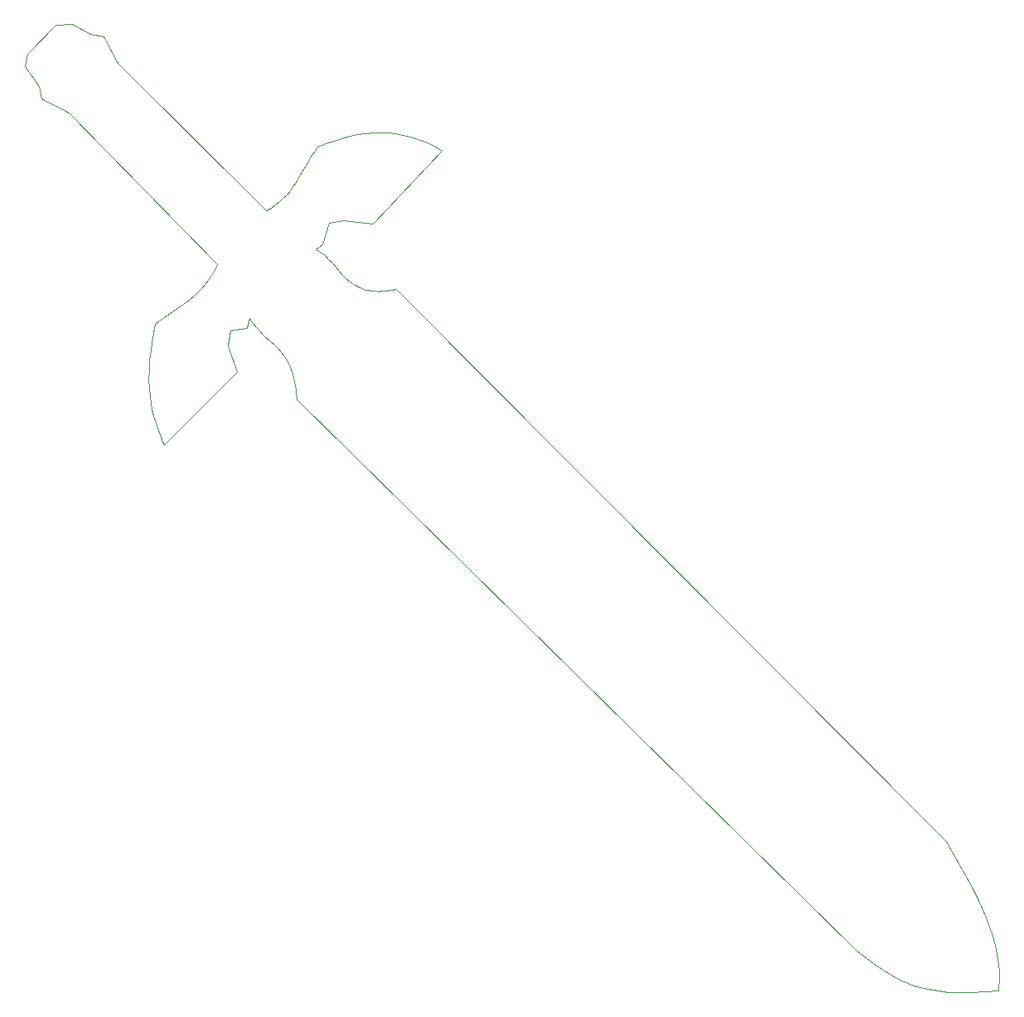
<source format=gbr>
G04 #@! TF.GenerationSoftware,KiCad,Pcbnew,5.1.2*
G04 #@! TF.CreationDate,2019-07-14T10:42:41-05:00*
G04 #@! TF.ProjectId,Master_Sword_(Ocarina_of_Time),4d617374-6572-45f5-9377-6f72645f284f,rev?*
G04 #@! TF.SameCoordinates,Original*
G04 #@! TF.FileFunction,Profile,NP*
%FSLAX46Y46*%
G04 Gerber Fmt 4.6, Leading zero omitted, Abs format (unit mm)*
G04 Created by KiCad (PCBNEW 5.1.2) date 2019-07-14 10:42:41*
%MOMM*%
%LPD*%
G04 APERTURE LIST*
%ADD10C,0.100000*%
G04 APERTURE END LIST*
D10*
X181691565Y-142603025D02*
X180229715Y-142735046D01*
X180229715Y-142735046D02*
X178888576Y-142801845D01*
X178888576Y-142801845D02*
X177658206Y-142806845D01*
X177658206Y-142806845D02*
X176528711Y-142752245D01*
X176528711Y-142752245D02*
X175490232Y-142641426D01*
X175490232Y-142641426D02*
X174532801Y-142477366D01*
X174532801Y-142477366D02*
X173646601Y-142263046D01*
X173646601Y-142263046D02*
X172821691Y-142001444D01*
X172821691Y-142001444D02*
X172048171Y-141695565D01*
X172048171Y-141695565D02*
X171316121Y-141348376D01*
X171316121Y-141348376D02*
X170615691Y-140962866D01*
X170615691Y-140962866D02*
X169936972Y-140542016D01*
X169936972Y-140542016D02*
X169270041Y-140088825D01*
X169270041Y-140088825D02*
X168605031Y-139606274D01*
X168605031Y-139606274D02*
X167241072Y-138565016D01*
X167241072Y-138565016D02*
X109976249Y-82143515D01*
X109976249Y-82143515D02*
X109879009Y-81156526D01*
X109879009Y-81156526D02*
X109729684Y-80290435D01*
X109729684Y-80290435D02*
X109533638Y-79532845D01*
X109533638Y-79532845D02*
X109296233Y-78871276D01*
X109296233Y-78871276D02*
X109022829Y-78293286D01*
X109022829Y-78293286D02*
X108718800Y-77786426D01*
X108718800Y-77786426D02*
X108389500Y-77338235D01*
X108389500Y-77338235D02*
X108040289Y-76936266D01*
X108040289Y-76936266D02*
X107676510Y-76568096D01*
X107676510Y-76568096D02*
X107303590Y-76221215D01*
X107303590Y-76221215D02*
X106551618Y-75541616D01*
X106551618Y-75541616D02*
X106183419Y-75183885D01*
X106183419Y-75183885D02*
X105827384Y-74797775D01*
X105827384Y-74797775D02*
X105488977Y-74370725D01*
X105488977Y-74370725D02*
X105173571Y-73890276D01*
X105173571Y-73890276D02*
X104910980Y-74860485D01*
X104910980Y-74860485D02*
X103256090Y-75160826D01*
X103256090Y-75160826D02*
X102970656Y-76654156D01*
X102970656Y-76654156D02*
X103858149Y-79390525D01*
X103858149Y-79390525D02*
X96462924Y-86804934D01*
X96462924Y-86804934D02*
X96238220Y-86456196D01*
X96238220Y-86456196D02*
X95784813Y-85143936D01*
X95784813Y-85143936D02*
X95574923Y-84508875D01*
X95574923Y-84508875D02*
X95382878Y-83870545D01*
X95382878Y-83870545D02*
X95213668Y-83216026D01*
X95213668Y-83216026D02*
X95072269Y-82532325D01*
X95072269Y-82532325D02*
X94963675Y-81806476D01*
X94963675Y-81806476D02*
X94892874Y-81025525D01*
X94892874Y-81025525D02*
X94864834Y-80176486D01*
X94864834Y-80176486D02*
X94884544Y-79246415D01*
X94884544Y-79246415D02*
X94956984Y-78222365D01*
X94956984Y-78222365D02*
X95087155Y-77091326D01*
X95087155Y-77091326D02*
X95280026Y-75840356D01*
X95280026Y-75840356D02*
X95540511Y-74456506D01*
X95540511Y-74456506D02*
X95966899Y-74125576D01*
X95966899Y-74125576D02*
X96402203Y-73808506D01*
X96402203Y-73808506D02*
X97288273Y-73198356D01*
X97288273Y-73198356D02*
X98176137Y-72591006D01*
X98176137Y-72591006D02*
X98613721Y-72277446D01*
X98613721Y-72277446D02*
X99043202Y-71951345D01*
X99043202Y-71951345D02*
X99461820Y-71608385D01*
X99461820Y-71608385D02*
X99866756Y-71244186D01*
X99866756Y-71244186D02*
X100255400Y-70854566D01*
X100255400Y-70854566D02*
X100624486Y-70434705D01*
X100624486Y-70434705D02*
X100971412Y-69980436D01*
X100971412Y-69980436D02*
X101293318Y-69487346D01*
X101293318Y-69487346D02*
X101587401Y-68951066D01*
X101587401Y-68951066D02*
X101850819Y-68367186D01*
X101850819Y-68367186D02*
X86704850Y-52906235D01*
X86704850Y-52906235D02*
X83911778Y-51442524D01*
X83911778Y-51442524D02*
X83685504Y-50141448D01*
X83685504Y-50141448D02*
X82221793Y-48168620D01*
X82221793Y-48168620D02*
X82491291Y-46868046D01*
X82491291Y-46868046D02*
X85320000Y-43910000D01*
X85320000Y-43910000D02*
X87051274Y-43833904D01*
X87051274Y-43833904D02*
X88875668Y-44809863D01*
X88875668Y-44809863D02*
X90267096Y-45098204D01*
X90267096Y-45098204D02*
X91721636Y-47836804D01*
X91721636Y-47836804D02*
X106867346Y-62851015D01*
X106867346Y-62851015D02*
X107349528Y-62588996D01*
X107349528Y-62588996D02*
X107794509Y-62291956D01*
X107794509Y-62291956D02*
X108205857Y-61963196D01*
X108205857Y-61963196D02*
X108587214Y-61606166D01*
X108587214Y-61606166D02*
X108942062Y-61224166D01*
X108942062Y-61224166D02*
X109273970Y-60820556D01*
X109273970Y-60820556D02*
X109586611Y-60398736D01*
X109586611Y-60398736D02*
X109883511Y-59962116D01*
X109883511Y-59962116D02*
X110444494Y-59057946D01*
X110444494Y-59057946D02*
X110985459Y-58134906D01*
X110985459Y-58134906D02*
X111535072Y-57219995D01*
X111535072Y-57219995D02*
X111822052Y-56774015D01*
X111822052Y-56774015D02*
X112121929Y-56340215D01*
X112121929Y-56340215D02*
X112944017Y-56009526D01*
X112944017Y-56009526D02*
X113760704Y-55720875D01*
X113760704Y-55720875D02*
X114571869Y-55475156D01*
X114571869Y-55475156D02*
X115377398Y-55273216D01*
X115377398Y-55273216D02*
X116177185Y-55116016D01*
X116177185Y-55116016D02*
X116971069Y-55004416D01*
X116971069Y-55004416D02*
X117759004Y-54939215D01*
X117759004Y-54939215D02*
X118540832Y-54921415D01*
X118540832Y-54921415D02*
X119316449Y-54951915D01*
X119316449Y-54951915D02*
X120085746Y-55031515D01*
X120085746Y-55031515D02*
X120848608Y-55161115D01*
X120848608Y-55161115D02*
X121604923Y-55341666D01*
X121604923Y-55341666D02*
X122354576Y-55573965D01*
X122354576Y-55573965D02*
X123097434Y-55858976D01*
X123097434Y-55858976D02*
X123833405Y-56197536D01*
X123833405Y-56197536D02*
X124832048Y-56795323D01*
X124832048Y-56795323D02*
X117809704Y-64245216D01*
X117809704Y-64245216D02*
X114709026Y-63885166D01*
X114709026Y-63885166D02*
X113277015Y-64116446D01*
X113277015Y-64116446D02*
X112608269Y-66371276D01*
X112608269Y-66371276D02*
X111917166Y-66842686D01*
X111917166Y-66842686D02*
X112398434Y-67127166D01*
X112398434Y-67127166D02*
X112830080Y-67458956D01*
X112830080Y-67458956D02*
X113223636Y-67827045D01*
X113223636Y-67827045D02*
X113590630Y-68220466D01*
X113590630Y-68220466D02*
X114290998Y-69039365D01*
X114290998Y-69039365D02*
X114647423Y-69442866D01*
X114647423Y-69442866D02*
X115023313Y-69827805D01*
X115023313Y-69827805D02*
X115430311Y-70183086D01*
X115430311Y-70183086D02*
X115879874Y-70497805D01*
X115879874Y-70497805D02*
X116383522Y-70760955D01*
X116383522Y-70760955D02*
X116659230Y-70869765D01*
X116659230Y-70869765D02*
X116952792Y-70961566D01*
X116952792Y-70961566D02*
X117265635Y-71034966D01*
X117265635Y-71034966D02*
X117599191Y-71088666D01*
X117599191Y-71088666D02*
X117954915Y-71121166D01*
X117954915Y-71121166D02*
X118334250Y-71131266D01*
X118334250Y-71131266D02*
X118738637Y-71117366D01*
X118738637Y-71117366D02*
X119169498Y-71078266D01*
X119169498Y-71078266D02*
X119628305Y-71012466D01*
X119628305Y-71012466D02*
X120116378Y-70919165D01*
X120116378Y-70919165D02*
X176344314Y-127356016D01*
X176344314Y-127356016D02*
X177477135Y-129318026D01*
X177477135Y-129318026D02*
X178558596Y-131273806D01*
X178558596Y-131273806D02*
X179067366Y-132247856D01*
X179067366Y-132247856D02*
X179548045Y-133218516D01*
X179548045Y-133218516D02*
X179995556Y-134185155D01*
X179995556Y-134185155D02*
X180404805Y-135147185D01*
X180404805Y-135147185D02*
X180770716Y-136103986D01*
X180770716Y-136103986D02*
X181088195Y-137054935D01*
X181088195Y-137054935D02*
X181352195Y-137999415D01*
X181352195Y-137999415D02*
X181557605Y-138936846D01*
X181557605Y-138936846D02*
X181699355Y-139866576D01*
X181699355Y-139866576D02*
X181772356Y-140788014D01*
X181772356Y-140788014D02*
X181781355Y-141245455D01*
X181781355Y-141245455D02*
X181771355Y-141700545D01*
X181771355Y-141700545D02*
X181741755Y-142153265D01*
X181741755Y-142153265D02*
X181691655Y-142603535D01*
X181691655Y-142603535D02*
X181691655Y-142603535D01*
X181691655Y-142603535D02*
X181691565Y-142603025D01*
M02*

</source>
